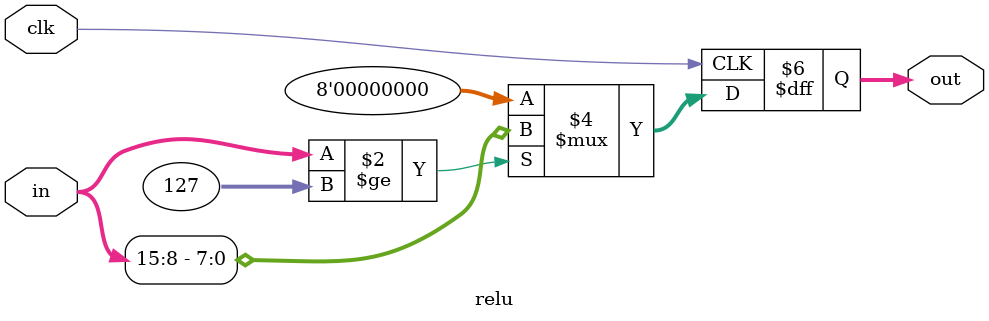
<source format=sv>

`timescale 1ns / 1ps

module relu #(
    parameter data_width=8,
    parameter weight_int_width_fp=1 // width of integer part of fixed point #
)
(
    input                         clk,
    input      [2*data_width-1:0] in,
    output reg [data_width-1:0]   out
);

//    always @(posedge clk) begin
//        if ($signed(in) >= 0) begin
//            // overflow sign bit of integer part
//            if ( | in[2*data_width-1 -: weight_int_width_fp]) begin
//                // saturation
//                out <= {1'b0, {data_width-1{1'b1}}};
//            end
//            else out <= in[2*data_width-1-weight_int_width_fp -: data_width];
//        end
//        else out <= 'd0;
//    end

    always @(posedge clk) begin
//        if (in >= 0) out <= in[2*data_width-1 -: data_width];
        if (in >= 127) out <= in[2*data_width-1 -: data_width];
        else out <= 'd0;
    end

endmodule

</source>
